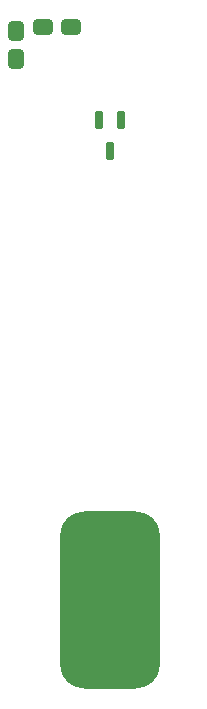
<source format=gbp>
G04*
G04 #@! TF.GenerationSoftware,Altium Limited,Altium Designer,23.0.1 (38)*
G04*
G04 Layer_Color=128*
%FSLAX44Y44*%
%MOMM*%
G71*
G04*
G04 #@! TF.SameCoordinates,731B261B-C9CE-40F0-B7EB-595BBDBE4ECB*
G04*
G04*
G04 #@! TF.FilePolarity,Positive*
G04*
G01*
G75*
G04:AMPARAMS|DCode=14|XSize=15mm|YSize=8.5mm|CornerRadius=2.125mm|HoleSize=0mm|Usage=FLASHONLY|Rotation=90.000|XOffset=0mm|YOffset=0mm|HoleType=Round|Shape=RoundedRectangle|*
%AMROUNDEDRECTD14*
21,1,15.0000,4.2500,0,0,90.0*
21,1,10.7500,8.5000,0,0,90.0*
1,1,4.2500,2.1250,5.3750*
1,1,4.2500,2.1250,-5.3750*
1,1,4.2500,-2.1250,-5.3750*
1,1,4.2500,-2.1250,5.3750*
%
%ADD14ROUNDEDRECTD14*%
G04:AMPARAMS|DCode=43|XSize=1.35mm|YSize=1.7mm|CornerRadius=0.3375mm|HoleSize=0mm|Usage=FLASHONLY|Rotation=180.000|XOffset=0mm|YOffset=0mm|HoleType=Round|Shape=RoundedRectangle|*
%AMROUNDEDRECTD43*
21,1,1.3500,1.0250,0,0,180.0*
21,1,0.6750,1.7000,0,0,180.0*
1,1,0.6750,-0.3375,0.5125*
1,1,0.6750,0.3375,0.5125*
1,1,0.6750,0.3375,-0.5125*
1,1,0.6750,-0.3375,-0.5125*
%
%ADD43ROUNDEDRECTD43*%
G04:AMPARAMS|DCode=44|XSize=1.35mm|YSize=1.7mm|CornerRadius=0.3375mm|HoleSize=0mm|Usage=FLASHONLY|Rotation=90.000|XOffset=0mm|YOffset=0mm|HoleType=Round|Shape=RoundedRectangle|*
%AMROUNDEDRECTD44*
21,1,1.3500,1.0250,0,0,90.0*
21,1,0.6750,1.7000,0,0,90.0*
1,1,0.6750,0.5125,0.3375*
1,1,0.6750,0.5125,-0.3375*
1,1,0.6750,-0.5125,-0.3375*
1,1,0.6750,-0.5125,0.3375*
%
%ADD44ROUNDEDRECTD44*%
G04:AMPARAMS|DCode=45|XSize=0.65mm|YSize=1.55mm|CornerRadius=0.1625mm|HoleSize=0mm|Usage=FLASHONLY|Rotation=180.000|XOffset=0mm|YOffset=0mm|HoleType=Round|Shape=RoundedRectangle|*
%AMROUNDEDRECTD45*
21,1,0.6500,1.2250,0,0,180.0*
21,1,0.3250,1.5500,0,0,180.0*
1,1,0.3250,-0.1625,0.6125*
1,1,0.3250,0.1625,0.6125*
1,1,0.3250,0.1625,-0.6125*
1,1,0.3250,-0.1625,-0.6125*
%
%ADD45ROUNDEDRECTD45*%
D14*
X1222500Y500000D02*
D03*
D43*
X1142500Y958000D02*
D03*
Y982000D02*
D03*
D44*
X1189500Y985000D02*
D03*
X1165500D02*
D03*
D45*
X1213000Y906500D02*
D03*
X1232000D02*
D03*
X1222500Y880000D02*
D03*
M02*

</source>
